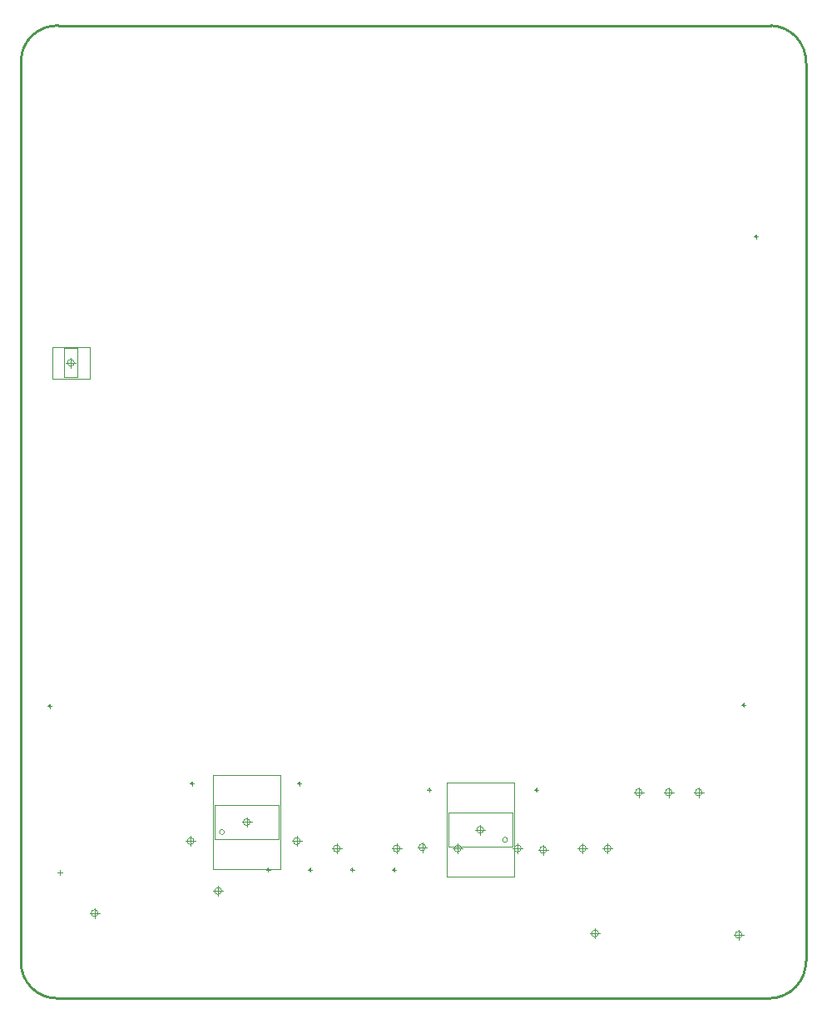
<source format=gko>
G04*
G04 #@! TF.GenerationSoftware,Altium Limited,Altium Designer,22.3.1 (43)*
G04*
G04 Layer_Color=16711935*
%FSLAX25Y25*%
%MOIN*%
G70*
G04*
G04 #@! TF.SameCoordinates,7771213D-0031-41E0-B7F0-5BACD8635ED2*
G04*
G04*
G04 #@! TF.FilePolarity,Positive*
G04*
G01*
G75*
%ADD12C,0.01000*%
%ADD20C,0.00394*%
%ADD21C,0.00100*%
%ADD22C,0.00197*%
%ADD23C,0.00300*%
D12*
X314500Y374500D02*
G03*
X300500Y389500I-14500J500D01*
G01*
X300000Y0D02*
G03*
X314500Y15000I-250J14750D01*
G01*
X0Y14500D02*
G03*
X14500Y0I14500J0D01*
G01*
X15000Y389500D02*
G03*
X0Y375500I-500J-14500D01*
G01*
X314500Y15000D02*
Y374500D01*
X14500Y0D02*
X300000D01*
X15000Y389500D02*
X300500D01*
X0Y14500D02*
Y375500D01*
D20*
X194968Y63500D02*
G03*
X194968Y63500I-984J0D01*
G01*
X81500Y66572D02*
G03*
X81500Y66572I-984J0D01*
G01*
X171205Y60610D02*
X196795D01*
X171205Y74390D02*
X196795D01*
Y60610D02*
Y74390D01*
X171205Y60610D02*
Y74390D01*
X77705Y63683D02*
X103295D01*
X77705Y77462D02*
X103295D01*
X77705Y63683D02*
Y77462D01*
X103295Y63683D02*
Y77462D01*
X22559Y248594D02*
Y260406D01*
X17441Y248594D02*
Y260406D01*
Y248594D02*
X22559D01*
X17441Y260406D02*
X22559D01*
X170500Y48602D02*
X197500D01*
X170500Y86398D02*
X197500D01*
Y48602D02*
Y86398D01*
X170500Y48602D02*
Y86398D01*
X77000Y51675D02*
X104000D01*
X77000Y89470D02*
X104000D01*
X77000Y51675D02*
Y89470D01*
X104000Y51675D02*
Y89470D01*
X27500Y248201D02*
Y260799D01*
X12500Y248201D02*
Y260799D01*
Y248201D02*
X27500D01*
X12500Y260799D02*
X27500D01*
D21*
X133167Y51500D02*
G03*
X133167Y51500I-500J0D01*
G01*
X99500D02*
G03*
X99500Y51500I-500J0D01*
G01*
X290000Y117500D02*
G03*
X290000Y117500I-500J0D01*
G01*
X206950Y83500D02*
G03*
X206950Y83500I-500J0D01*
G01*
X164050D02*
G03*
X164050Y83500I-500J0D01*
G01*
X116333Y51500D02*
G03*
X116333Y51500I-500J0D01*
G01*
X150000D02*
G03*
X150000Y51500I-500J0D01*
G01*
X295000Y305000D02*
G03*
X295000Y305000I-500J0D01*
G01*
X69000Y86000D02*
G03*
X69000Y86000I-500J0D01*
G01*
X112000D02*
G03*
X112000Y86000I-500J0D01*
G01*
X12000Y117000D02*
G03*
X12000Y117000I-500J0D01*
G01*
X132667Y50713D02*
Y52287D01*
X131879Y51500D02*
X133454D01*
X99000Y50713D02*
Y52287D01*
X98213Y51500D02*
X99787D01*
X288713Y117500D02*
X290287D01*
X289500Y116713D02*
Y118287D01*
X206450Y82713D02*
Y84287D01*
X205663Y83500D02*
X207237D01*
X163550Y82713D02*
Y84287D01*
X162763Y83500D02*
X164337D01*
X115046Y51500D02*
X116621D01*
X115833Y50713D02*
Y52287D01*
X148713Y51500D02*
X150287D01*
X149500Y50713D02*
Y52287D01*
X293713Y305000D02*
X295287D01*
X294500Y304213D02*
Y305787D01*
X68500Y85213D02*
Y86787D01*
X67713Y86000D02*
X69287D01*
X111500Y85213D02*
Y86787D01*
X110713Y86000D02*
X112287D01*
X10713Y117000D02*
X12287D01*
X11500Y116213D02*
Y117787D01*
D22*
X185378Y67500D02*
G03*
X185378Y67500I-1378J0D01*
G01*
X91878Y70572D02*
G03*
X91878Y70572I-1378J0D01*
G01*
X21378Y254500D02*
G03*
X21378Y254500I-1378J0D01*
G01*
X272878Y82500D02*
G03*
X272878Y82500I-1378J0D01*
G01*
X260878D02*
G03*
X260878Y82500I-1378J0D01*
G01*
X248878D02*
G03*
X248878Y82500I-1378J0D01*
G01*
X231378Y26000D02*
G03*
X231378Y26000I-1378J0D01*
G01*
X162172Y60500D02*
G03*
X162172Y60500I-1378J0D01*
G01*
X210584Y59500D02*
G03*
X210584Y59500I-1378J0D01*
G01*
X176378Y60000D02*
G03*
X176378Y60000I-1378J0D01*
G01*
X226378D02*
G03*
X226378Y60000I-1378J0D01*
G01*
X80378Y43000D02*
G03*
X80378Y43000I-1378J0D01*
G01*
X69378Y62966D02*
G03*
X69378Y62966I-1378J0D01*
G01*
X111878D02*
G03*
X111878Y62966I-1378J0D01*
G01*
X288901Y25500D02*
G03*
X288901Y25500I-1378J0D01*
G01*
X30878Y34157D02*
G03*
X30878Y34157I-1378J0D01*
G01*
X236378Y60000D02*
G03*
X236378Y60000I-1378J0D01*
G01*
X200378D02*
G03*
X200378Y60000I-1378J0D01*
G01*
X127878D02*
G03*
X127878Y60000I-1378J0D01*
G01*
X151878D02*
G03*
X151878Y60000I-1378J0D01*
G01*
X184000Y65532D02*
Y69469D01*
X182032Y67500D02*
X185969D01*
X90500Y68604D02*
Y72541D01*
X88532Y70572D02*
X92469D01*
X20000Y252532D02*
Y256469D01*
X18031Y254500D02*
X21968D01*
X269531Y82500D02*
X273468D01*
X271500Y80532D02*
Y84469D01*
X257532Y82500D02*
X261469D01*
X259500Y80532D02*
Y84469D01*
X247500Y80532D02*
Y84469D01*
X245532Y82500D02*
X249469D01*
X228032Y26000D02*
X231969D01*
X230000Y24032D02*
Y27969D01*
X160794Y58532D02*
Y62469D01*
X158825Y60500D02*
X162762D01*
X209206Y57532D02*
Y61469D01*
X207238Y59500D02*
X211175D01*
X175000Y58032D02*
Y61969D01*
X173032Y60000D02*
X176969D01*
X225000Y58032D02*
Y61969D01*
X223032Y60000D02*
X226969D01*
X79000Y41032D02*
Y44969D01*
X77032Y43000D02*
X80969D01*
X68000Y60998D02*
Y64935D01*
X66032Y62966D02*
X69969D01*
X110500Y60998D02*
Y64935D01*
X108532Y62966D02*
X112469D01*
X285555Y25500D02*
X289492D01*
X287523Y23532D02*
Y27469D01*
X29500Y32189D02*
Y36126D01*
X27532Y34157D02*
X31469D01*
X235000Y58032D02*
Y61969D01*
X233032Y60000D02*
X236969D01*
X199000Y58032D02*
Y61969D01*
X197032Y60000D02*
X200969D01*
X126500Y58032D02*
Y61969D01*
X124532Y60000D02*
X128469D01*
X150500Y58032D02*
Y61969D01*
X148532Y60000D02*
X152469D01*
D23*
X15500Y49500D02*
Y51500D01*
X14500Y50500D02*
X16500D01*
M02*

</source>
